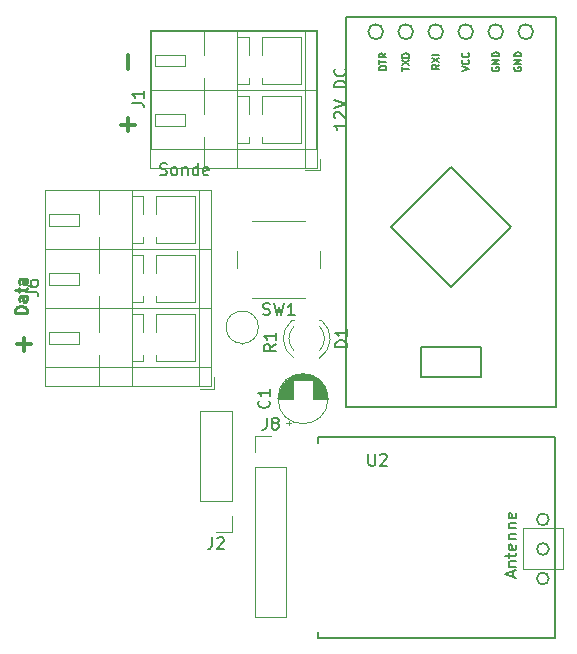
<source format=gbr>
G04 #@! TF.GenerationSoftware,KiCad,Pcbnew,(5.0.2)-1*
G04 #@! TF.CreationDate,2019-03-20T19:27:35+01:00*
G04 #@! TF.ProjectId,HB-UNI-Sen-Lev-Vo,48422d55-4e49-42d5-9365-6e2d4c65762d,V1.0.2*
G04 #@! TF.SameCoordinates,Original*
G04 #@! TF.FileFunction,Legend,Top*
G04 #@! TF.FilePolarity,Positive*
%FSLAX46Y46*%
G04 Gerber Fmt 4.6, Leading zero omitted, Abs format (unit mm)*
G04 Created by KiCad (PCBNEW (5.0.2)-1) date 20.03.2019 19:27:35*
%MOMM*%
%LPD*%
G01*
G04 APERTURE LIST*
%ADD10C,0.250000*%
%ADD11C,0.300000*%
%ADD12C,0.120000*%
%ADD13C,0.150000*%
G04 APERTURE END LIST*
D10*
X126690380Y-75874380D02*
X125690380Y-75874380D01*
X125690380Y-75636285D01*
X125738000Y-75493428D01*
X125833238Y-75398190D01*
X125928476Y-75350571D01*
X126118952Y-75302952D01*
X126261809Y-75302952D01*
X126452285Y-75350571D01*
X126547523Y-75398190D01*
X126642761Y-75493428D01*
X126690380Y-75636285D01*
X126690380Y-75874380D01*
X126690380Y-74445809D02*
X126166571Y-74445809D01*
X126071333Y-74493428D01*
X126023714Y-74588666D01*
X126023714Y-74779142D01*
X126071333Y-74874380D01*
X126642761Y-74445809D02*
X126690380Y-74541047D01*
X126690380Y-74779142D01*
X126642761Y-74874380D01*
X126547523Y-74922000D01*
X126452285Y-74922000D01*
X126357047Y-74874380D01*
X126309428Y-74779142D01*
X126309428Y-74541047D01*
X126261809Y-74445809D01*
X126023714Y-74112476D02*
X126023714Y-73731523D01*
X125690380Y-73969619D02*
X126547523Y-73969619D01*
X126642761Y-73922000D01*
X126690380Y-73826761D01*
X126690380Y-73731523D01*
X126690380Y-72969619D02*
X126166571Y-72969619D01*
X126071333Y-73017238D01*
X126023714Y-73112476D01*
X126023714Y-73302952D01*
X126071333Y-73398190D01*
X126642761Y-72969619D02*
X126690380Y-73064857D01*
X126690380Y-73302952D01*
X126642761Y-73398190D01*
X126547523Y-73445809D01*
X126452285Y-73445809D01*
X126357047Y-73398190D01*
X126309428Y-73302952D01*
X126309428Y-73064857D01*
X126261809Y-72969619D01*
D11*
X125857071Y-78529642D02*
X126999928Y-78529642D01*
X126428500Y-79101071D02*
X126428500Y-77958214D01*
X135235142Y-55181428D02*
X135235142Y-54038571D01*
X134683571Y-59924142D02*
X135826428Y-59924142D01*
X135255000Y-60495571D02*
X135255000Y-59352714D01*
D12*
G04 #@! TO.C,C1*
X152170000Y-83133500D02*
G75*
G03X152170000Y-83133500I-2120000J0D01*
G01*
X150890000Y-83133500D02*
X152130000Y-83133500D01*
X147970000Y-83133500D02*
X149210000Y-83133500D01*
X150890000Y-83093500D02*
X152130000Y-83093500D01*
X147970000Y-83093500D02*
X149210000Y-83093500D01*
X150890000Y-83053500D02*
X152129000Y-83053500D01*
X147971000Y-83053500D02*
X149210000Y-83053500D01*
X147973000Y-83013500D02*
X149210000Y-83013500D01*
X150890000Y-83013500D02*
X152127000Y-83013500D01*
X147976000Y-82973500D02*
X149210000Y-82973500D01*
X150890000Y-82973500D02*
X152124000Y-82973500D01*
X147979000Y-82933500D02*
X149210000Y-82933500D01*
X150890000Y-82933500D02*
X152121000Y-82933500D01*
X147983000Y-82893500D02*
X149210000Y-82893500D01*
X150890000Y-82893500D02*
X152117000Y-82893500D01*
X147988000Y-82853500D02*
X149210000Y-82853500D01*
X150890000Y-82853500D02*
X152112000Y-82853500D01*
X147994000Y-82813500D02*
X149210000Y-82813500D01*
X150890000Y-82813500D02*
X152106000Y-82813500D01*
X148000000Y-82773500D02*
X149210000Y-82773500D01*
X150890000Y-82773500D02*
X152100000Y-82773500D01*
X148008000Y-82733500D02*
X149210000Y-82733500D01*
X150890000Y-82733500D02*
X152092000Y-82733500D01*
X148016000Y-82693500D02*
X149210000Y-82693500D01*
X150890000Y-82693500D02*
X152084000Y-82693500D01*
X148025000Y-82653500D02*
X149210000Y-82653500D01*
X150890000Y-82653500D02*
X152075000Y-82653500D01*
X148034000Y-82613500D02*
X149210000Y-82613500D01*
X150890000Y-82613500D02*
X152066000Y-82613500D01*
X148045000Y-82573500D02*
X149210000Y-82573500D01*
X150890000Y-82573500D02*
X152055000Y-82573500D01*
X148056000Y-82533500D02*
X149210000Y-82533500D01*
X150890000Y-82533500D02*
X152044000Y-82533500D01*
X148068000Y-82493500D02*
X149210000Y-82493500D01*
X150890000Y-82493500D02*
X152032000Y-82493500D01*
X148082000Y-82453500D02*
X149210000Y-82453500D01*
X150890000Y-82453500D02*
X152018000Y-82453500D01*
X148096000Y-82412500D02*
X149210000Y-82412500D01*
X150890000Y-82412500D02*
X152004000Y-82412500D01*
X148110000Y-82372500D02*
X149210000Y-82372500D01*
X150890000Y-82372500D02*
X151990000Y-82372500D01*
X148126000Y-82332500D02*
X149210000Y-82332500D01*
X150890000Y-82332500D02*
X151974000Y-82332500D01*
X148143000Y-82292500D02*
X149210000Y-82292500D01*
X150890000Y-82292500D02*
X151957000Y-82292500D01*
X148161000Y-82252500D02*
X149210000Y-82252500D01*
X150890000Y-82252500D02*
X151939000Y-82252500D01*
X148180000Y-82212500D02*
X149210000Y-82212500D01*
X150890000Y-82212500D02*
X151920000Y-82212500D01*
X148199000Y-82172500D02*
X149210000Y-82172500D01*
X150890000Y-82172500D02*
X151901000Y-82172500D01*
X148220000Y-82132500D02*
X149210000Y-82132500D01*
X150890000Y-82132500D02*
X151880000Y-82132500D01*
X148242000Y-82092500D02*
X149210000Y-82092500D01*
X150890000Y-82092500D02*
X151858000Y-82092500D01*
X148265000Y-82052500D02*
X149210000Y-82052500D01*
X150890000Y-82052500D02*
X151835000Y-82052500D01*
X148290000Y-82012500D02*
X149210000Y-82012500D01*
X150890000Y-82012500D02*
X151810000Y-82012500D01*
X148315000Y-81972500D02*
X149210000Y-81972500D01*
X150890000Y-81972500D02*
X151785000Y-81972500D01*
X148342000Y-81932500D02*
X149210000Y-81932500D01*
X150890000Y-81932500D02*
X151758000Y-81932500D01*
X148370000Y-81892500D02*
X149210000Y-81892500D01*
X150890000Y-81892500D02*
X151730000Y-81892500D01*
X148400000Y-81852500D02*
X149210000Y-81852500D01*
X150890000Y-81852500D02*
X151700000Y-81852500D01*
X148431000Y-81812500D02*
X149210000Y-81812500D01*
X150890000Y-81812500D02*
X151669000Y-81812500D01*
X148463000Y-81772500D02*
X149210000Y-81772500D01*
X150890000Y-81772500D02*
X151637000Y-81772500D01*
X148498000Y-81732500D02*
X149210000Y-81732500D01*
X150890000Y-81732500D02*
X151602000Y-81732500D01*
X148534000Y-81692500D02*
X149210000Y-81692500D01*
X150890000Y-81692500D02*
X151566000Y-81692500D01*
X148572000Y-81652500D02*
X149210000Y-81652500D01*
X150890000Y-81652500D02*
X151528000Y-81652500D01*
X148612000Y-81612500D02*
X149210000Y-81612500D01*
X150890000Y-81612500D02*
X151488000Y-81612500D01*
X148654000Y-81572500D02*
X149210000Y-81572500D01*
X150890000Y-81572500D02*
X151446000Y-81572500D01*
X148699000Y-81532500D02*
X151401000Y-81532500D01*
X148746000Y-81492500D02*
X151354000Y-81492500D01*
X148796000Y-81452500D02*
X151304000Y-81452500D01*
X148850000Y-81412500D02*
X151250000Y-81412500D01*
X148908000Y-81372500D02*
X151192000Y-81372500D01*
X148970000Y-81332500D02*
X151130000Y-81332500D01*
X149037000Y-81292500D02*
X151063000Y-81292500D01*
X149110000Y-81252500D02*
X150990000Y-81252500D01*
X149191000Y-81212500D02*
X150909000Y-81212500D01*
X149282000Y-81172500D02*
X150818000Y-81172500D01*
X149386000Y-81132500D02*
X150714000Y-81132500D01*
X149513000Y-81092500D02*
X150587000Y-81092500D01*
X149680000Y-81052500D02*
X150420000Y-81052500D01*
X148855000Y-85403301D02*
X148855000Y-85003301D01*
X148655000Y-85203301D02*
X149055000Y-85203301D01*
G04 #@! TO.C,D1*
X151446608Y-79713835D02*
G75*
G03X151603516Y-76481500I-1078608J1672335D01*
G01*
X149289392Y-79713835D02*
G75*
G02X149132484Y-76481500I1078608J1672335D01*
G01*
X151447837Y-79082630D02*
G75*
G03X151448000Y-77000539I-1079837J1041130D01*
G01*
X149288163Y-79082630D02*
G75*
G02X149288000Y-77000539I1079837J1041130D01*
G01*
X151604000Y-76481500D02*
X151448000Y-76481500D01*
X149288000Y-76481500D02*
X149132000Y-76481500D01*
G04 #@! TO.C,J8*
X145990000Y-101660000D02*
X148650000Y-101660000D01*
X145990000Y-88900000D02*
X145990000Y-101660000D01*
X148650000Y-88900000D02*
X148650000Y-101660000D01*
X145990000Y-88900000D02*
X148650000Y-88900000D01*
X145990000Y-87630000D02*
X145990000Y-86300000D01*
X145990000Y-86300000D02*
X147320000Y-86300000D01*
G04 #@! TO.C,R1*
X146277000Y-77089000D02*
G75*
G03X146277000Y-77089000I-1370000J0D01*
G01*
X144907000Y-78459000D02*
X144907000Y-78529000D01*
G04 #@! TO.C,SW1*
X150257000Y-68096500D02*
X145757000Y-68096500D01*
X151507000Y-72096500D02*
X151507000Y-70596500D01*
X145757000Y-74596500D02*
X150257000Y-74596500D01*
X144507000Y-70596500D02*
X144507000Y-72096500D01*
D13*
G04 #@! TO.C,U1*
X169545000Y-52070000D02*
G75*
G03X169545000Y-52070000I-635000J0D01*
G01*
X167005000Y-52070000D02*
G75*
G03X167005000Y-52070000I-635000J0D01*
G01*
X164465000Y-52070000D02*
G75*
G03X164465000Y-52070000I-635000J0D01*
G01*
X161925000Y-52070000D02*
G75*
G03X161925000Y-52070000I-635000J0D01*
G01*
X159385000Y-52070000D02*
G75*
G03X159385000Y-52070000I-635000J0D01*
G01*
X156845000Y-52070000D02*
G75*
G03X156845000Y-52070000I-635000J0D01*
G01*
X160020000Y-81280000D02*
X165100000Y-81280000D01*
X165100000Y-81280000D02*
X165100000Y-78740000D01*
X165100000Y-78740000D02*
X160020000Y-78740000D01*
X160020000Y-78740000D02*
X160020000Y-81280000D01*
X167640000Y-68580000D02*
X162560000Y-63500000D01*
X162560000Y-63500000D02*
X157480000Y-68580000D01*
X157480000Y-68580000D02*
X162560000Y-73660000D01*
X162560000Y-73660000D02*
X167640000Y-68580000D01*
X171450000Y-83820000D02*
X171450000Y-50800000D01*
X171450000Y-50800000D02*
X153670000Y-50800000D01*
X153670000Y-50800000D02*
X153670000Y-83820000D01*
X153670000Y-83820000D02*
X171450000Y-83820000D01*
G04 #@! TO.C,U2*
X151360000Y-103360000D02*
X151360000Y-102860000D01*
X151360000Y-86360000D02*
X151360000Y-86860000D01*
X170860000Y-98360000D02*
G75*
G03X170860000Y-98360000I-500000J0D01*
G01*
X170860000Y-93360000D02*
G75*
G03X170860000Y-93360000I-500000J0D01*
G01*
X170860000Y-95860000D02*
G75*
G03X170860000Y-95860000I-500000J0D01*
G01*
X151360000Y-86360000D02*
X171360000Y-86360000D01*
X171360000Y-86360000D02*
X171360000Y-103360000D01*
X171360000Y-103360000D02*
X151360000Y-103360000D01*
D12*
G04 #@! TO.C,Antenne*
X168683000Y-97521500D02*
X168683000Y-94121500D01*
X172083000Y-97521500D02*
X168683000Y-97521500D01*
X172083000Y-94121500D02*
X172083000Y-97521500D01*
X168683000Y-94121500D02*
X172083000Y-94121500D01*
G04 #@! TO.C,J2*
X144014000Y-84141000D02*
X141354000Y-84141000D01*
X144014000Y-91821000D02*
X144014000Y-84141000D01*
X141354000Y-91821000D02*
X141354000Y-84141000D01*
X144014000Y-91821000D02*
X141354000Y-91821000D01*
X144014000Y-93091000D02*
X144014000Y-94421000D01*
X144014000Y-94421000D02*
X142684000Y-94421000D01*
G04 #@! TO.C,J1*
X150193000Y-63567500D02*
X150193000Y-51947500D01*
X144493000Y-63567500D02*
X144493000Y-51947500D01*
X141693000Y-63567500D02*
X141693000Y-60997500D01*
X141693000Y-59017500D02*
X141693000Y-55997500D01*
X141693000Y-54017500D02*
X141693000Y-51947500D01*
X137133000Y-63567500D02*
X137133000Y-51947500D01*
X151253000Y-63567500D02*
X151253000Y-51947500D01*
X137133000Y-63567500D02*
X151253000Y-63567500D01*
X137133000Y-51947500D02*
X151253000Y-51947500D01*
X146593000Y-61507500D02*
X146593000Y-60997500D01*
X146593000Y-59017500D02*
X146593000Y-57507500D01*
X149893000Y-61507500D02*
X149893000Y-57507500D01*
X146593000Y-61507500D02*
X149893000Y-61507500D01*
X146593000Y-57507500D02*
X149893000Y-57507500D01*
X137193000Y-62007500D02*
X137193000Y-57007500D01*
X151193000Y-62007500D02*
X151193000Y-57007500D01*
X137193000Y-62007500D02*
X151193000Y-62007500D01*
X137193000Y-57007500D02*
X151193000Y-57007500D01*
X144493000Y-61507500D02*
X144493000Y-57507500D01*
X145492000Y-61507500D02*
X145492000Y-60997500D01*
X145492000Y-59017500D02*
X145492000Y-57507500D01*
X144493000Y-61507500D02*
X145492000Y-61507500D01*
X144493000Y-57507500D02*
X145492000Y-57507500D01*
X137543000Y-60007500D02*
X137543000Y-59007500D01*
X140043000Y-60007500D02*
X140043000Y-59007500D01*
X137543000Y-60007500D02*
X140043000Y-60007500D01*
X137543000Y-59007500D02*
X140043000Y-59007500D01*
X146593000Y-56507500D02*
X146593000Y-55997500D01*
X146593000Y-54017500D02*
X146593000Y-52507500D01*
X149893000Y-56507500D02*
X149893000Y-52507500D01*
X146593000Y-56507500D02*
X149893000Y-56507500D01*
X146593000Y-52507500D02*
X149893000Y-52507500D01*
X137193000Y-57007500D02*
X137193000Y-52007500D01*
X151193000Y-57007500D02*
X151193000Y-52007500D01*
X137193000Y-57007500D02*
X151193000Y-57007500D01*
X137193000Y-52007500D02*
X151193000Y-52007500D01*
X144493000Y-56507500D02*
X144493000Y-52507500D01*
X145492000Y-56507500D02*
X145492000Y-55997500D01*
X145492000Y-54017500D02*
X145492000Y-52507500D01*
X144493000Y-56507500D02*
X145492000Y-56507500D01*
X144493000Y-52507500D02*
X145492000Y-52507500D01*
X137543000Y-55007500D02*
X137543000Y-54007500D01*
X140043000Y-55007500D02*
X140043000Y-54007500D01*
X137543000Y-55007500D02*
X140043000Y-55007500D01*
X137543000Y-54007500D02*
X140043000Y-54007500D01*
X150253000Y-63807500D02*
X151493000Y-63807500D01*
X151493000Y-63807500D02*
X151493000Y-62807500D01*
G04 #@! TO.C,J6*
X141240000Y-82046000D02*
X141240000Y-65426000D01*
X135540000Y-82046000D02*
X135540000Y-65426000D01*
X132740000Y-82046000D02*
X132740000Y-79476000D01*
X132740000Y-77496000D02*
X132740000Y-74476000D01*
X132740000Y-72496000D02*
X132740000Y-69476000D01*
X132740000Y-67496000D02*
X132740000Y-65426000D01*
X128180000Y-82046000D02*
X128180000Y-65426000D01*
X142300000Y-82046000D02*
X142300000Y-65426000D01*
X128180000Y-82046000D02*
X142300000Y-82046000D01*
X128180000Y-65426000D02*
X142300000Y-65426000D01*
X137640000Y-79986000D02*
X137640000Y-79476000D01*
X137640000Y-77496000D02*
X137640000Y-75986000D01*
X140940000Y-79986000D02*
X140940000Y-75986000D01*
X137640000Y-79986000D02*
X140940000Y-79986000D01*
X137640000Y-75986000D02*
X140940000Y-75986000D01*
X128240000Y-80486000D02*
X128240000Y-75486000D01*
X142240000Y-80486000D02*
X142240000Y-75486000D01*
X128240000Y-80486000D02*
X142240000Y-80486000D01*
X128240000Y-75486000D02*
X142240000Y-75486000D01*
X135540000Y-79986000D02*
X135540000Y-75986000D01*
X136539000Y-79986000D02*
X136539000Y-79476000D01*
X136539000Y-77496000D02*
X136539000Y-75986000D01*
X135540000Y-79986000D02*
X136539000Y-79986000D01*
X135540000Y-75986000D02*
X136539000Y-75986000D01*
X128590000Y-78486000D02*
X128590000Y-77486000D01*
X131090000Y-78486000D02*
X131090000Y-77486000D01*
X128590000Y-78486000D02*
X131090000Y-78486000D01*
X128590000Y-77486000D02*
X131090000Y-77486000D01*
X137640000Y-74986000D02*
X137640000Y-74476000D01*
X137640000Y-72496000D02*
X137640000Y-70986000D01*
X140940000Y-74986000D02*
X140940000Y-70986000D01*
X137640000Y-74986000D02*
X140940000Y-74986000D01*
X137640000Y-70986000D02*
X140940000Y-70986000D01*
X128240000Y-75486000D02*
X128240000Y-70486000D01*
X142240000Y-75486000D02*
X142240000Y-70486000D01*
X128240000Y-75486000D02*
X142240000Y-75486000D01*
X128240000Y-70486000D02*
X142240000Y-70486000D01*
X135540000Y-74986000D02*
X135540000Y-70986000D01*
X136539000Y-74986000D02*
X136539000Y-74476000D01*
X136539000Y-72496000D02*
X136539000Y-70986000D01*
X135540000Y-74986000D02*
X136539000Y-74986000D01*
X135540000Y-70986000D02*
X136539000Y-70986000D01*
X128590000Y-73486000D02*
X128590000Y-72486000D01*
X131090000Y-73486000D02*
X131090000Y-72486000D01*
X128590000Y-73486000D02*
X131090000Y-73486000D01*
X128590000Y-72486000D02*
X131090000Y-72486000D01*
X137640000Y-69986000D02*
X137640000Y-69476000D01*
X137640000Y-67496000D02*
X137640000Y-65986000D01*
X140940000Y-69986000D02*
X140940000Y-65986000D01*
X137640000Y-69986000D02*
X140940000Y-69986000D01*
X137640000Y-65986000D02*
X140940000Y-65986000D01*
X128240000Y-70486000D02*
X128240000Y-65486000D01*
X142240000Y-70486000D02*
X142240000Y-65486000D01*
X128240000Y-70486000D02*
X142240000Y-70486000D01*
X128240000Y-65486000D02*
X142240000Y-65486000D01*
X135540000Y-69986000D02*
X135540000Y-65986000D01*
X136539000Y-69986000D02*
X136539000Y-69476000D01*
X136539000Y-67496000D02*
X136539000Y-65986000D01*
X135540000Y-69986000D02*
X136539000Y-69986000D01*
X135540000Y-65986000D02*
X136539000Y-65986000D01*
X128590000Y-68486000D02*
X128590000Y-67486000D01*
X131090000Y-68486000D02*
X131090000Y-67486000D01*
X128590000Y-68486000D02*
X131090000Y-68486000D01*
X128590000Y-67486000D02*
X131090000Y-67486000D01*
X141300000Y-82286000D02*
X142540000Y-82286000D01*
X142540000Y-82286000D02*
X142540000Y-81286000D01*
G04 #@! TO.C,C1*
D13*
X147157142Y-83300166D02*
X147204761Y-83347785D01*
X147252380Y-83490642D01*
X147252380Y-83585880D01*
X147204761Y-83728738D01*
X147109523Y-83823976D01*
X147014285Y-83871595D01*
X146823809Y-83919214D01*
X146680952Y-83919214D01*
X146490476Y-83871595D01*
X146395238Y-83823976D01*
X146300000Y-83728738D01*
X146252380Y-83585880D01*
X146252380Y-83490642D01*
X146300000Y-83347785D01*
X146347619Y-83300166D01*
X147252380Y-82347785D02*
X147252380Y-82919214D01*
X147252380Y-82633500D02*
X146252380Y-82633500D01*
X146395238Y-82728738D01*
X146490476Y-82823976D01*
X146538095Y-82919214D01*
G04 #@! TO.C,D1*
X153780380Y-78779595D02*
X152780380Y-78779595D01*
X152780380Y-78541500D01*
X152828000Y-78398642D01*
X152923238Y-78303404D01*
X153018476Y-78255785D01*
X153208952Y-78208166D01*
X153351809Y-78208166D01*
X153542285Y-78255785D01*
X153637523Y-78303404D01*
X153732761Y-78398642D01*
X153780380Y-78541500D01*
X153780380Y-78779595D01*
X153780380Y-77255785D02*
X153780380Y-77827214D01*
X153780380Y-77541500D02*
X152780380Y-77541500D01*
X152923238Y-77636738D01*
X153018476Y-77731976D01*
X153066095Y-77827214D01*
G04 #@! TO.C,J8*
X146986666Y-84752380D02*
X146986666Y-85466666D01*
X146939047Y-85609523D01*
X146843809Y-85704761D01*
X146700952Y-85752380D01*
X146605714Y-85752380D01*
X147605714Y-85180952D02*
X147510476Y-85133333D01*
X147462857Y-85085714D01*
X147415238Y-84990476D01*
X147415238Y-84942857D01*
X147462857Y-84847619D01*
X147510476Y-84800000D01*
X147605714Y-84752380D01*
X147796190Y-84752380D01*
X147891428Y-84800000D01*
X147939047Y-84847619D01*
X147986666Y-84942857D01*
X147986666Y-84990476D01*
X147939047Y-85085714D01*
X147891428Y-85133333D01*
X147796190Y-85180952D01*
X147605714Y-85180952D01*
X147510476Y-85228571D01*
X147462857Y-85276190D01*
X147415238Y-85371428D01*
X147415238Y-85561904D01*
X147462857Y-85657142D01*
X147510476Y-85704761D01*
X147605714Y-85752380D01*
X147796190Y-85752380D01*
X147891428Y-85704761D01*
X147939047Y-85657142D01*
X147986666Y-85561904D01*
X147986666Y-85371428D01*
X147939047Y-85276190D01*
X147891428Y-85228571D01*
X147796190Y-85180952D01*
G04 #@! TO.C,R1*
X147729380Y-78525666D02*
X147253190Y-78859000D01*
X147729380Y-79097095D02*
X146729380Y-79097095D01*
X146729380Y-78716142D01*
X146777000Y-78620904D01*
X146824619Y-78573285D01*
X146919857Y-78525666D01*
X147062714Y-78525666D01*
X147157952Y-78573285D01*
X147205571Y-78620904D01*
X147253190Y-78716142D01*
X147253190Y-79097095D01*
X147729380Y-77573285D02*
X147729380Y-78144714D01*
X147729380Y-77859000D02*
X146729380Y-77859000D01*
X146872238Y-77954238D01*
X146967476Y-78049476D01*
X147015095Y-78144714D01*
G04 #@! TO.C,SW1*
X146673666Y-76001261D02*
X146816523Y-76048880D01*
X147054619Y-76048880D01*
X147149857Y-76001261D01*
X147197476Y-75953642D01*
X147245095Y-75858404D01*
X147245095Y-75763166D01*
X147197476Y-75667928D01*
X147149857Y-75620309D01*
X147054619Y-75572690D01*
X146864142Y-75525071D01*
X146768904Y-75477452D01*
X146721285Y-75429833D01*
X146673666Y-75334595D01*
X146673666Y-75239357D01*
X146721285Y-75144119D01*
X146768904Y-75096500D01*
X146864142Y-75048880D01*
X147102238Y-75048880D01*
X147245095Y-75096500D01*
X147578428Y-75048880D02*
X147816523Y-76048880D01*
X148007000Y-75334595D01*
X148197476Y-76048880D01*
X148435571Y-75048880D01*
X149340333Y-76048880D02*
X148768904Y-76048880D01*
X149054619Y-76048880D02*
X149054619Y-75048880D01*
X148959380Y-75191738D01*
X148864142Y-75286976D01*
X148768904Y-75334595D01*
G04 #@! TO.C,U1*
X163501428Y-55410000D02*
X164101428Y-55210000D01*
X163501428Y-55010000D01*
X164044285Y-54467142D02*
X164072857Y-54495714D01*
X164101428Y-54581428D01*
X164101428Y-54638571D01*
X164072857Y-54724285D01*
X164015714Y-54781428D01*
X163958571Y-54810000D01*
X163844285Y-54838571D01*
X163758571Y-54838571D01*
X163644285Y-54810000D01*
X163587142Y-54781428D01*
X163530000Y-54724285D01*
X163501428Y-54638571D01*
X163501428Y-54581428D01*
X163530000Y-54495714D01*
X163558571Y-54467142D01*
X164044285Y-53867142D02*
X164072857Y-53895714D01*
X164101428Y-53981428D01*
X164101428Y-54038571D01*
X164072857Y-54124285D01*
X164015714Y-54181428D01*
X163958571Y-54210000D01*
X163844285Y-54238571D01*
X163758571Y-54238571D01*
X163644285Y-54210000D01*
X163587142Y-54181428D01*
X163530000Y-54124285D01*
X163501428Y-54038571D01*
X163501428Y-53981428D01*
X163530000Y-53895714D01*
X163558571Y-53867142D01*
X161561428Y-54852857D02*
X161275714Y-55052857D01*
X161561428Y-55195714D02*
X160961428Y-55195714D01*
X160961428Y-54967142D01*
X160990000Y-54910000D01*
X161018571Y-54881428D01*
X161075714Y-54852857D01*
X161161428Y-54852857D01*
X161218571Y-54881428D01*
X161247142Y-54910000D01*
X161275714Y-54967142D01*
X161275714Y-55195714D01*
X160961428Y-54652857D02*
X161561428Y-54252857D01*
X160961428Y-54252857D02*
X161561428Y-54652857D01*
X161561428Y-54024285D02*
X160961428Y-54024285D01*
X158421428Y-55367142D02*
X158421428Y-55024285D01*
X159021428Y-55195714D02*
X158421428Y-55195714D01*
X158421428Y-54881428D02*
X159021428Y-54481428D01*
X158421428Y-54481428D02*
X159021428Y-54881428D01*
X159021428Y-54252857D02*
X158421428Y-54252857D01*
X158421428Y-54110000D01*
X158450000Y-54024285D01*
X158507142Y-53967142D01*
X158564285Y-53938571D01*
X158678571Y-53910000D01*
X158764285Y-53910000D01*
X158878571Y-53938571D01*
X158935714Y-53967142D01*
X158992857Y-54024285D01*
X159021428Y-54110000D01*
X159021428Y-54252857D01*
X157116428Y-55295714D02*
X156516428Y-55295714D01*
X156516428Y-55152857D01*
X156545000Y-55067142D01*
X156602142Y-55010000D01*
X156659285Y-54981428D01*
X156773571Y-54952857D01*
X156859285Y-54952857D01*
X156973571Y-54981428D01*
X157030714Y-55010000D01*
X157087857Y-55067142D01*
X157116428Y-55152857D01*
X157116428Y-55295714D01*
X156516428Y-54781428D02*
X156516428Y-54438571D01*
X157116428Y-54610000D02*
X156516428Y-54610000D01*
X157116428Y-53895714D02*
X156830714Y-54095714D01*
X157116428Y-54238571D02*
X156516428Y-54238571D01*
X156516428Y-54010000D01*
X156545000Y-53952857D01*
X156573571Y-53924285D01*
X156630714Y-53895714D01*
X156716428Y-53895714D01*
X156773571Y-53924285D01*
X156802142Y-53952857D01*
X156830714Y-54010000D01*
X156830714Y-54238571D01*
X167975000Y-55067142D02*
X167946428Y-55124285D01*
X167946428Y-55210000D01*
X167975000Y-55295714D01*
X168032142Y-55352857D01*
X168089285Y-55381428D01*
X168203571Y-55410000D01*
X168289285Y-55410000D01*
X168403571Y-55381428D01*
X168460714Y-55352857D01*
X168517857Y-55295714D01*
X168546428Y-55210000D01*
X168546428Y-55152857D01*
X168517857Y-55067142D01*
X168489285Y-55038571D01*
X168289285Y-55038571D01*
X168289285Y-55152857D01*
X168546428Y-54781428D02*
X167946428Y-54781428D01*
X168546428Y-54438571D01*
X167946428Y-54438571D01*
X168546428Y-54152857D02*
X167946428Y-54152857D01*
X167946428Y-54010000D01*
X167975000Y-53924285D01*
X168032142Y-53867142D01*
X168089285Y-53838571D01*
X168203571Y-53810000D01*
X168289285Y-53810000D01*
X168403571Y-53838571D01*
X168460714Y-53867142D01*
X168517857Y-53924285D01*
X168546428Y-54010000D01*
X168546428Y-54152857D01*
X166070000Y-55067142D02*
X166041428Y-55124285D01*
X166041428Y-55210000D01*
X166070000Y-55295714D01*
X166127142Y-55352857D01*
X166184285Y-55381428D01*
X166298571Y-55410000D01*
X166384285Y-55410000D01*
X166498571Y-55381428D01*
X166555714Y-55352857D01*
X166612857Y-55295714D01*
X166641428Y-55210000D01*
X166641428Y-55152857D01*
X166612857Y-55067142D01*
X166584285Y-55038571D01*
X166384285Y-55038571D01*
X166384285Y-55152857D01*
X166641428Y-54781428D02*
X166041428Y-54781428D01*
X166641428Y-54438571D01*
X166041428Y-54438571D01*
X166641428Y-54152857D02*
X166041428Y-54152857D01*
X166041428Y-54010000D01*
X166070000Y-53924285D01*
X166127142Y-53867142D01*
X166184285Y-53838571D01*
X166298571Y-53810000D01*
X166384285Y-53810000D01*
X166498571Y-53838571D01*
X166555714Y-53867142D01*
X166612857Y-53924285D01*
X166641428Y-54010000D01*
X166641428Y-54152857D01*
G04 #@! TO.C,U2*
X155598095Y-87812380D02*
X155598095Y-88621904D01*
X155645714Y-88717142D01*
X155693333Y-88764761D01*
X155788571Y-88812380D01*
X155979047Y-88812380D01*
X156074285Y-88764761D01*
X156121904Y-88717142D01*
X156169523Y-88621904D01*
X156169523Y-87812380D01*
X156598095Y-87907619D02*
X156645714Y-87860000D01*
X156740952Y-87812380D01*
X156979047Y-87812380D01*
X157074285Y-87860000D01*
X157121904Y-87907619D01*
X157169523Y-88002857D01*
X157169523Y-88098095D01*
X157121904Y-88240952D01*
X156550476Y-88812380D01*
X157169523Y-88812380D01*
G04 #@! TO.C,Antenne*
X167844566Y-98254795D02*
X167844566Y-97778604D01*
X168130280Y-98350033D02*
X167130280Y-98016700D01*
X168130280Y-97683366D01*
X167463614Y-97350033D02*
X168130280Y-97350033D01*
X167558852Y-97350033D02*
X167511233Y-97302414D01*
X167463614Y-97207176D01*
X167463614Y-97064319D01*
X167511233Y-96969080D01*
X167606471Y-96921461D01*
X168130280Y-96921461D01*
X167463614Y-96588128D02*
X167463614Y-96207176D01*
X167130280Y-96445271D02*
X167987423Y-96445271D01*
X168082661Y-96397652D01*
X168130280Y-96302414D01*
X168130280Y-96207176D01*
X168082661Y-95492890D02*
X168130280Y-95588128D01*
X168130280Y-95778604D01*
X168082661Y-95873842D01*
X167987423Y-95921461D01*
X167606471Y-95921461D01*
X167511233Y-95873842D01*
X167463614Y-95778604D01*
X167463614Y-95588128D01*
X167511233Y-95492890D01*
X167606471Y-95445271D01*
X167701709Y-95445271D01*
X167796947Y-95921461D01*
X167463614Y-95016700D02*
X168130280Y-95016700D01*
X167558852Y-95016700D02*
X167511233Y-94969080D01*
X167463614Y-94873842D01*
X167463614Y-94730985D01*
X167511233Y-94635747D01*
X167606471Y-94588128D01*
X168130280Y-94588128D01*
X167463614Y-94111938D02*
X168130280Y-94111938D01*
X167558852Y-94111938D02*
X167511233Y-94064319D01*
X167463614Y-93969080D01*
X167463614Y-93826223D01*
X167511233Y-93730985D01*
X167606471Y-93683366D01*
X168130280Y-93683366D01*
X168082661Y-92826223D02*
X168130280Y-92921461D01*
X168130280Y-93111938D01*
X168082661Y-93207176D01*
X167987423Y-93254795D01*
X167606471Y-93254795D01*
X167511233Y-93207176D01*
X167463614Y-93111938D01*
X167463614Y-92921461D01*
X167511233Y-92826223D01*
X167606471Y-92778604D01*
X167701709Y-92778604D01*
X167796947Y-93254795D01*
G04 #@! TO.C,J2*
X142350666Y-94873380D02*
X142350666Y-95587666D01*
X142303047Y-95730523D01*
X142207809Y-95825761D01*
X142064952Y-95873380D01*
X141969714Y-95873380D01*
X142779238Y-94968619D02*
X142826857Y-94921000D01*
X142922095Y-94873380D01*
X143160190Y-94873380D01*
X143255428Y-94921000D01*
X143303047Y-94968619D01*
X143350666Y-95063857D01*
X143350666Y-95159095D01*
X143303047Y-95301952D01*
X142731619Y-95873380D01*
X143350666Y-95873380D01*
G04 #@! TO.C,J1*
X135585380Y-58090833D02*
X136299666Y-58090833D01*
X136442523Y-58138452D01*
X136537761Y-58233690D01*
X136585380Y-58376547D01*
X136585380Y-58471785D01*
X136585380Y-57090833D02*
X136585380Y-57662261D01*
X136585380Y-57376547D02*
X135585380Y-57376547D01*
X135728238Y-57471785D01*
X135823476Y-57567023D01*
X135871095Y-57662261D01*
X153677880Y-59785000D02*
X153677880Y-60356428D01*
X153677880Y-60070714D02*
X152677880Y-60070714D01*
X152820738Y-60165952D01*
X152915976Y-60261190D01*
X152963595Y-60356428D01*
X152773119Y-59404047D02*
X152725500Y-59356428D01*
X152677880Y-59261190D01*
X152677880Y-59023095D01*
X152725500Y-58927857D01*
X152773119Y-58880238D01*
X152868357Y-58832619D01*
X152963595Y-58832619D01*
X153106452Y-58880238D01*
X153677880Y-59451666D01*
X153677880Y-58832619D01*
X152677880Y-58546904D02*
X153677880Y-58213571D01*
X152677880Y-57880238D01*
X153677880Y-56785000D02*
X152677880Y-56785000D01*
X152677880Y-56546904D01*
X152725500Y-56404047D01*
X152820738Y-56308809D01*
X152915976Y-56261190D01*
X153106452Y-56213571D01*
X153249309Y-56213571D01*
X153439785Y-56261190D01*
X153535023Y-56308809D01*
X153630261Y-56404047D01*
X153677880Y-56546904D01*
X153677880Y-56785000D01*
X153582642Y-55213571D02*
X153630261Y-55261190D01*
X153677880Y-55404047D01*
X153677880Y-55499285D01*
X153630261Y-55642142D01*
X153535023Y-55737380D01*
X153439785Y-55785000D01*
X153249309Y-55832619D01*
X153106452Y-55832619D01*
X152915976Y-55785000D01*
X152820738Y-55737380D01*
X152725500Y-55642142D01*
X152677880Y-55499285D01*
X152677880Y-55404047D01*
X152725500Y-55261190D01*
X152773119Y-55213571D01*
G04 #@! TO.C,J6*
X126632380Y-74069333D02*
X127346666Y-74069333D01*
X127489523Y-74116952D01*
X127584761Y-74212190D01*
X127632380Y-74355047D01*
X127632380Y-74450285D01*
X126632380Y-73164571D02*
X126632380Y-73355047D01*
X126680000Y-73450285D01*
X126727619Y-73497904D01*
X126870476Y-73593142D01*
X127060952Y-73640761D01*
X127441904Y-73640761D01*
X127537142Y-73593142D01*
X127584761Y-73545523D01*
X127632380Y-73450285D01*
X127632380Y-73259809D01*
X127584761Y-73164571D01*
X127537142Y-73116952D01*
X127441904Y-73069333D01*
X127203809Y-73069333D01*
X127108571Y-73116952D01*
X127060952Y-73164571D01*
X127013333Y-73259809D01*
X127013333Y-73450285D01*
X127060952Y-73545523D01*
X127108571Y-73593142D01*
X127203809Y-73640761D01*
X137946571Y-64158761D02*
X138089428Y-64206380D01*
X138327523Y-64206380D01*
X138422761Y-64158761D01*
X138470380Y-64111142D01*
X138518000Y-64015904D01*
X138518000Y-63920666D01*
X138470380Y-63825428D01*
X138422761Y-63777809D01*
X138327523Y-63730190D01*
X138137047Y-63682571D01*
X138041809Y-63634952D01*
X137994190Y-63587333D01*
X137946571Y-63492095D01*
X137946571Y-63396857D01*
X137994190Y-63301619D01*
X138041809Y-63254000D01*
X138137047Y-63206380D01*
X138375142Y-63206380D01*
X138518000Y-63254000D01*
X139089428Y-64206380D02*
X138994190Y-64158761D01*
X138946571Y-64111142D01*
X138898952Y-64015904D01*
X138898952Y-63730190D01*
X138946571Y-63634952D01*
X138994190Y-63587333D01*
X139089428Y-63539714D01*
X139232285Y-63539714D01*
X139327523Y-63587333D01*
X139375142Y-63634952D01*
X139422761Y-63730190D01*
X139422761Y-64015904D01*
X139375142Y-64111142D01*
X139327523Y-64158761D01*
X139232285Y-64206380D01*
X139089428Y-64206380D01*
X139851333Y-63539714D02*
X139851333Y-64206380D01*
X139851333Y-63634952D02*
X139898952Y-63587333D01*
X139994190Y-63539714D01*
X140137047Y-63539714D01*
X140232285Y-63587333D01*
X140279904Y-63682571D01*
X140279904Y-64206380D01*
X141184666Y-64206380D02*
X141184666Y-63206380D01*
X141184666Y-64158761D02*
X141089428Y-64206380D01*
X140898952Y-64206380D01*
X140803714Y-64158761D01*
X140756095Y-64111142D01*
X140708476Y-64015904D01*
X140708476Y-63730190D01*
X140756095Y-63634952D01*
X140803714Y-63587333D01*
X140898952Y-63539714D01*
X141089428Y-63539714D01*
X141184666Y-63587333D01*
X142041809Y-64158761D02*
X141946571Y-64206380D01*
X141756095Y-64206380D01*
X141660857Y-64158761D01*
X141613238Y-64063523D01*
X141613238Y-63682571D01*
X141660857Y-63587333D01*
X141756095Y-63539714D01*
X141946571Y-63539714D01*
X142041809Y-63587333D01*
X142089428Y-63682571D01*
X142089428Y-63777809D01*
X141613238Y-63873047D01*
G04 #@! TD*
M02*

</source>
